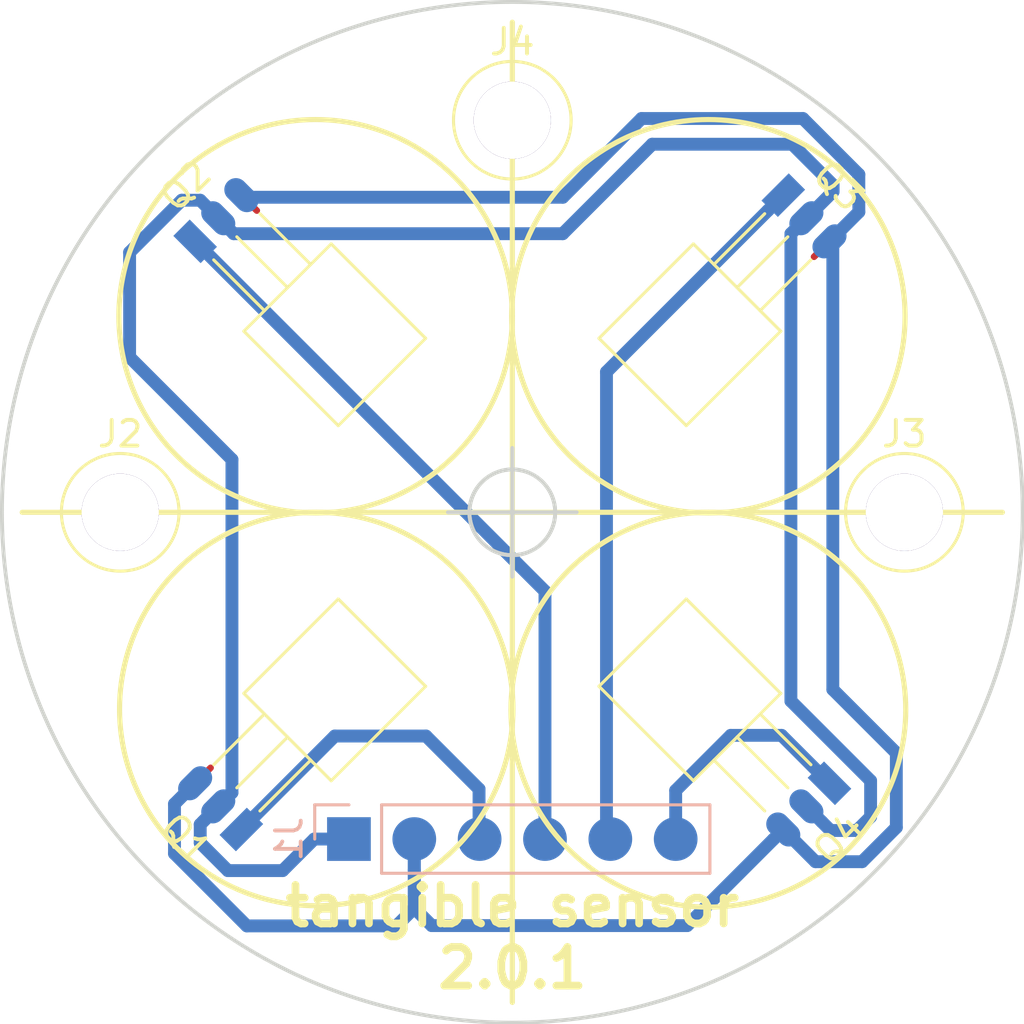
<source format=kicad_pcb>
(kicad_pcb (version 4) (host pcbnew 4.0.7-e2-6376~58~ubuntu14.04.1)

  (general
    (links 12)
    (no_connects 0)
    (area 57.182381 72.796965 97.75762 112.623035)
    (thickness 1.6)
    (drawings 11)
    (tracks 74)
    (zones 0)
    (modules 8)
    (nets 7)
  )

  (page A3)
  (layers
    (0 F.Cu signal)
    (31 B.Cu signal)
    (32 B.Adhes user)
    (33 F.Adhes user)
    (34 B.Paste user)
    (35 F.Paste user)
    (36 B.SilkS user)
    (37 F.SilkS user)
    (38 B.Mask user)
    (39 F.Mask user)
    (40 Dwgs.User user)
    (41 Cmts.User user)
    (42 Eco1.User user)
    (43 Eco2.User user)
    (44 Edge.Cuts user)
  )

  (setup
    (last_trace_width 0.5)
    (trace_clearance 0.5)
    (zone_clearance 0.508)
    (zone_45_only no)
    (trace_min 0.254)
    (segment_width 0.2)
    (edge_width 0.15)
    (via_size 0.889)
    (via_drill 0.635)
    (via_min_size 0.889)
    (via_min_drill 0.508)
    (uvia_size 0.508)
    (uvia_drill 0.127)
    (uvias_allowed no)
    (uvia_min_size 0.508)
    (uvia_min_drill 0.127)
    (pcb_text_width 0.3)
    (pcb_text_size 1.5 1.5)
    (mod_edge_width 0.15)
    (mod_text_size 1.5 1.5)
    (mod_text_width 0.15)
    (pad_size 3 3)
    (pad_drill 3)
    (pad_to_mask_clearance 0.2)
    (aux_axis_origin 77.47 92.71)
    (grid_origin 77.47 92.71)
    (visible_elements FFFFEFBF)
    (pcbplotparams
      (layerselection 0x01000_80000000)
      (usegerberextensions true)
      (excludeedgelayer true)
      (linewidth 0.100000)
      (plotframeref false)
      (viasonmask false)
      (mode 1)
      (useauxorigin false)
      (hpglpennumber 1)
      (hpglpenspeed 20)
      (hpglpendiameter 15)
      (hpglpenoverlay 2)
      (psnegative false)
      (psa4output false)
      (plotreference true)
      (plotvalue true)
      (plotinvisibletext false)
      (padsonsilk false)
      (subtractmaskfromsilk false)
      (outputformat 1)
      (mirror false)
      (drillshape 0)
      (scaleselection 1)
      (outputdirectory gerber/))
  )

  (net 0 "")
  (net 1 "Net-(J1-Pad3)")
  (net 2 "Net-(J1-Pad4)")
  (net 3 "Net-(J1-Pad5)")
  (net 4 "Net-(J1-Pad6)")
  (net 5 "Net-(J1-Pad1)")
  (net 6 "Net-(J1-Pad2)")

  (net_class Default "This is the default net class."
    (clearance 0.5)
    (trace_width 0.5)
    (via_dia 0.889)
    (via_drill 0.635)
    (uvia_dia 0.508)
    (uvia_drill 0.127)
    (add_net "Net-(J1-Pad1)")
    (add_net "Net-(J1-Pad2)")
    (add_net "Net-(J1-Pad3)")
    (add_net "Net-(J1-Pad4)")
    (add_net "Net-(J1-Pad5)")
    (add_net "Net-(J1-Pad6)")
  )

  (module TO_SOT_Packages_THT:TO-92_Horizontal1_Inline_Narrow_Oval (layer F.Cu) (tedit 5B9CE0EC) (tstamp 592B2233)
    (at 66.938026 105.038026 135)
    (descr "TO-92 horizontal, leads in-line, narrow, oval pads, drill 0.6mm (see NXP sot054_po.pdf)")
    (tags "to-92 sc-43 sc-43a sot54 PA33 transistor")
    (path /5922F002)
    (fp_text reference Q1 (at 1.27 -1.78 315) (layer F.SilkS)
      (effects (font (size 1 1) (thickness 0.15)))
    )
    (fp_text value SS411P (at 1.27 10.03 315) (layer F.Fab)
      (effects (font (size 1 1) (thickness 0.15)))
    )
    (fp_text user %R (at 1.27 -1.78 315) (layer F.Fab)
      (effects (font (size 1 1) (thickness 0.15)))
    )
    (fp_line (start 2.54 3.94) (end 2.54 1.02) (layer F.Fab) (width 0.1))
    (fp_line (start 1.27 3.94) (end 1.27 1.02) (layer F.Fab) (width 0.1))
    (fp_line (start 0 3.94) (end 0 1.02) (layer F.Fab) (width 0.1))
    (fp_line (start -1.02 8.89) (end -1.02 3.94) (layer F.Fab) (width 0.1))
    (fp_line (start -1.02 3.94) (end 3.56 3.94) (layer F.Fab) (width 0.1))
    (fp_line (start 3.56 3.94) (end 3.56 8.89) (layer F.Fab) (width 0.1))
    (fp_line (start 3.56 8.89) (end -1.02 8.89) (layer F.Fab) (width 0.1))
    (fp_line (start 0 1.02) (end 0 3.81) (layer F.SilkS) (width 0.12))
    (fp_line (start 1.27 1.02) (end 1.27 3.81) (layer F.SilkS) (width 0.12))
    (fp_line (start 2.54 1.02) (end 2.54 3.81) (layer F.SilkS) (width 0.12))
    (fp_line (start -1.13 3.81) (end 3.67 3.81) (layer F.SilkS) (width 0.12))
    (fp_line (start 3.67 3.81) (end 3.67 9) (layer F.SilkS) (width 0.12))
    (fp_line (start 3.67 9) (end -1.13 9) (layer F.SilkS) (width 0.12))
    (fp_line (start -1.13 9) (end -1.13 3.81) (layer F.SilkS) (width 0.12))
    (fp_line (start -1.27 -1) (end 3.81 -1) (layer F.CrtYd) (width 0.05))
    (fp_line (start -1.27 -1) (end -1.27 9.14) (layer F.CrtYd) (width 0.05))
    (fp_line (start 3.81 9.14) (end 3.81 -1) (layer F.CrtYd) (width 0.05))
    (fp_line (start 3.81 9.14) (end -1.27 9.14) (layer F.CrtYd) (width 0.05))
    (pad 2 smd oval (at 1.270001 0 315) (size 0.9 1.5) (layers B.Cu F.Paste F.Mask)
      (net 5 "Net-(J1-Pad1)"))
    (pad 3 smd oval (at 2.54 0 315) (size 0.9 1.5) (layers B.Cu F.Paste F.Mask)
      (net 6 "Net-(J1-Pad2)"))
    (pad 1 smd rect (at 0 0 315) (size 0.9 1.5) (layers B.Cu F.Paste F.Mask)
      (net 1 "Net-(J1-Pad3)"))
    (model ${KISYS3DMOD}/TO_SOT_Packages_THT.3dshapes/TO-92_Horizontal1_Inline_Narrow_Oval.wrl
      (at (xyz 0.05 0 0))
      (scale (xyz 1 1 1))
      (rotate (xyz 0 0 -90))
    )
  )

  (module TO_SOT_Packages_THT:TO-92_Horizontal1_Inline_Narrow_Oval (layer F.Cu) (tedit 5B9CDF76) (tstamp 592B2239)
    (at 65.141974 82.178026 45)
    (descr "TO-92 horizontal, leads in-line, narrow, oval pads, drill 0.6mm (see NXP sot054_po.pdf)")
    (tags "to-92 sc-43 sc-43a sot54 PA33 transistor")
    (path /5922F011)
    (fp_text reference Q2 (at 1.27 -1.78 225) (layer F.SilkS)
      (effects (font (size 1 1) (thickness 0.15)))
    )
    (fp_text value SS411P (at 1.27 10.03 225) (layer F.Fab)
      (effects (font (size 1 1) (thickness 0.15)))
    )
    (fp_text user %R (at 1.27 -1.78 225) (layer F.Fab)
      (effects (font (size 1 1) (thickness 0.15)))
    )
    (fp_line (start 2.54 3.94) (end 2.54 1.02) (layer F.Fab) (width 0.1))
    (fp_line (start 1.27 3.94) (end 1.27 1.02) (layer F.Fab) (width 0.1))
    (fp_line (start 0 3.94) (end 0 1.02) (layer F.Fab) (width 0.1))
    (fp_line (start -1.02 8.89) (end -1.02 3.94) (layer F.Fab) (width 0.1))
    (fp_line (start -1.02 3.94) (end 3.56 3.94) (layer F.Fab) (width 0.1))
    (fp_line (start 3.56 3.94) (end 3.56 8.89) (layer F.Fab) (width 0.1))
    (fp_line (start 3.56 8.89) (end -1.02 8.89) (layer F.Fab) (width 0.1))
    (fp_line (start 0 1.02) (end 0 3.81) (layer F.SilkS) (width 0.12))
    (fp_line (start 1.27 1.02) (end 1.27 3.81) (layer F.SilkS) (width 0.12))
    (fp_line (start 2.54 1.02) (end 2.54 3.81) (layer F.SilkS) (width 0.12))
    (fp_line (start -1.13 3.81) (end 3.67 3.81) (layer F.SilkS) (width 0.12))
    (fp_line (start 3.67 3.81) (end 3.67 9) (layer F.SilkS) (width 0.12))
    (fp_line (start 3.67 9) (end -1.13 9) (layer F.SilkS) (width 0.12))
    (fp_line (start -1.13 9) (end -1.13 3.81) (layer F.SilkS) (width 0.12))
    (fp_line (start -1.27 -1) (end 3.81 -1) (layer F.CrtYd) (width 0.05))
    (fp_line (start -1.27 -1) (end -1.27 9.14) (layer F.CrtYd) (width 0.05))
    (fp_line (start 3.81 9.14) (end 3.81 -1) (layer F.CrtYd) (width 0.05))
    (fp_line (start 3.81 9.14) (end -1.27 9.14) (layer F.CrtYd) (width 0.05))
    (pad 2 smd oval (at 1.270001 0 225) (size 0.9 1.5) (layers B.Cu F.Paste F.Mask)
      (net 5 "Net-(J1-Pad1)"))
    (pad 3 smd oval (at 2.54 0 225) (size 0.9 1.5) (layers B.Cu F.Paste F.Mask)
      (net 6 "Net-(J1-Pad2)"))
    (pad 1 smd rect (at 0 0 225) (size 0.9 1.5) (layers B.Cu F.Paste F.Mask)
      (net 2 "Net-(J1-Pad4)"))
    (model ${KISYS3DMOD}/TO_SOT_Packages_THT.3dshapes/TO-92_Horizontal1_Inline_Narrow_Oval.wrl
      (at (xyz 0.05 0 0))
      (scale (xyz 1 1 1))
      (rotate (xyz 0 0 -90))
    )
  )

  (module TO_SOT_Packages_THT:TO-92_Horizontal1_Inline_Narrow_Oval (layer F.Cu) (tedit 5B9CE106) (tstamp 592B2245)
    (at 89.798026 103.241974 225)
    (descr "TO-92 horizontal, leads in-line, narrow, oval pads, drill 0.6mm (see NXP sot054_po.pdf)")
    (tags "to-92 sc-43 sc-43a sot54 PA33 transistor")
    (path /5922F020)
    (fp_text reference Q4 (at 1.27 -1.78 405) (layer F.SilkS)
      (effects (font (size 1 1) (thickness 0.15)))
    )
    (fp_text value SS411P (at 1.27 10.03 405) (layer F.Fab)
      (effects (font (size 1 1) (thickness 0.15)))
    )
    (fp_text user %R (at 1.27 -1.78 405) (layer F.Fab)
      (effects (font (size 1 1) (thickness 0.15)))
    )
    (fp_line (start 2.54 3.94) (end 2.54 1.02) (layer F.Fab) (width 0.1))
    (fp_line (start 1.27 3.94) (end 1.27 1.02) (layer F.Fab) (width 0.1))
    (fp_line (start 0 3.94) (end 0 1.02) (layer F.Fab) (width 0.1))
    (fp_line (start -1.02 8.89) (end -1.02 3.94) (layer F.Fab) (width 0.1))
    (fp_line (start -1.02 3.94) (end 3.56 3.94) (layer F.Fab) (width 0.1))
    (fp_line (start 3.56 3.94) (end 3.56 8.89) (layer F.Fab) (width 0.1))
    (fp_line (start 3.56 8.89) (end -1.02 8.89) (layer F.Fab) (width 0.1))
    (fp_line (start 0 1.02) (end 0 3.81) (layer F.SilkS) (width 0.12))
    (fp_line (start 1.27 1.02) (end 1.27 3.81) (layer F.SilkS) (width 0.12))
    (fp_line (start 2.54 1.02) (end 2.54 3.81) (layer F.SilkS) (width 0.12))
    (fp_line (start -1.13 3.81) (end 3.67 3.81) (layer F.SilkS) (width 0.12))
    (fp_line (start 3.67 3.81) (end 3.67 9) (layer F.SilkS) (width 0.12))
    (fp_line (start 3.67 9) (end -1.13 9) (layer F.SilkS) (width 0.12))
    (fp_line (start -1.13 9) (end -1.13 3.81) (layer F.SilkS) (width 0.12))
    (fp_line (start -1.27 -1) (end 3.81 -1) (layer F.CrtYd) (width 0.05))
    (fp_line (start -1.27 -1) (end -1.27 9.14) (layer F.CrtYd) (width 0.05))
    (fp_line (start 3.81 9.14) (end 3.81 -1) (layer F.CrtYd) (width 0.05))
    (fp_line (start 3.81 9.14) (end -1.27 9.14) (layer F.CrtYd) (width 0.05))
    (pad 2 smd oval (at 1.270001 0 45) (size 0.9 1.5) (layers B.Cu F.Paste F.Mask)
      (net 5 "Net-(J1-Pad1)"))
    (pad 3 smd oval (at 2.54 0 45) (size 0.9 1.5) (layers B.Cu F.Paste F.Mask)
      (net 6 "Net-(J1-Pad2)"))
    (pad 1 smd rect (at 0 0 45) (size 0.9 1.5) (layers B.Cu F.Paste F.Mask)
      (net 4 "Net-(J1-Pad6)"))
    (model ${KISYS3DMOD}/TO_SOT_Packages_THT.3dshapes/TO-92_Horizontal1_Inline_Narrow_Oval.wrl
      (at (xyz 0.05 0 0))
      (scale (xyz 1 1 1))
      (rotate (xyz 0 0 -90))
    )
  )

  (module TO_SOT_Packages_THT:TO-92_Horizontal1_Inline_Narrow_Oval (layer F.Cu) (tedit 5B9CE01E) (tstamp 592B223F)
    (at 88.001974 80.381974 315)
    (descr "TO-92 horizontal, leads in-line, narrow, oval pads, drill 0.6mm (see NXP sot054_po.pdf)")
    (tags "to-92 sc-43 sc-43a sot54 PA33 transistor")
    (path /5922F02F)
    (fp_text reference Q3 (at 1.27 -1.78 495) (layer F.SilkS)
      (effects (font (size 1 1) (thickness 0.15)))
    )
    (fp_text value SS411P (at 1.27 10.03 495) (layer F.Fab)
      (effects (font (size 1 1) (thickness 0.15)))
    )
    (fp_text user %R (at 1.27 -1.78 495) (layer F.Fab)
      (effects (font (size 1 1) (thickness 0.15)))
    )
    (fp_line (start 2.54 3.94) (end 2.54 1.02) (layer F.Fab) (width 0.1))
    (fp_line (start 1.27 3.94) (end 1.27 1.02) (layer F.Fab) (width 0.1))
    (fp_line (start 0 3.94) (end 0 1.02) (layer F.Fab) (width 0.1))
    (fp_line (start -1.02 8.89) (end -1.02 3.94) (layer F.Fab) (width 0.1))
    (fp_line (start -1.02 3.94) (end 3.56 3.94) (layer F.Fab) (width 0.1))
    (fp_line (start 3.56 3.94) (end 3.56 8.89) (layer F.Fab) (width 0.1))
    (fp_line (start 3.56 8.89) (end -1.02 8.89) (layer F.Fab) (width 0.1))
    (fp_line (start 0 1.02) (end 0 3.81) (layer F.SilkS) (width 0.12))
    (fp_line (start 1.27 1.02) (end 1.27 3.81) (layer F.SilkS) (width 0.12))
    (fp_line (start 2.54 1.02) (end 2.54 3.81) (layer F.SilkS) (width 0.12))
    (fp_line (start -1.13 3.81) (end 3.67 3.81) (layer F.SilkS) (width 0.12))
    (fp_line (start 3.67 3.81) (end 3.67 9) (layer F.SilkS) (width 0.12))
    (fp_line (start 3.67 9) (end -1.13 9) (layer F.SilkS) (width 0.12))
    (fp_line (start -1.13 9) (end -1.13 3.81) (layer F.SilkS) (width 0.12))
    (fp_line (start -1.27 -1) (end 3.81 -1) (layer F.CrtYd) (width 0.05))
    (fp_line (start -1.27 -1) (end -1.27 9.14) (layer F.CrtYd) (width 0.05))
    (fp_line (start 3.81 9.14) (end 3.81 -1) (layer F.CrtYd) (width 0.05))
    (fp_line (start 3.81 9.14) (end -1.27 9.14) (layer F.CrtYd) (width 0.05))
    (pad 2 smd oval (at 1.270001 0 135) (size 0.9 1.5) (layers B.Cu F.Paste F.Mask)
      (net 5 "Net-(J1-Pad1)"))
    (pad 3 smd oval (at 2.54 0 135) (size 0.9 1.5) (layers B.Cu F.Paste F.Mask)
      (net 6 "Net-(J1-Pad2)"))
    (pad 1 smd rect (at 0 0 135) (size 0.9 1.5) (layers B.Cu F.Paste F.Mask)
      (net 3 "Net-(J1-Pad5)"))
    (model ${KISYS3DMOD}/TO_SOT_Packages_THT.3dshapes/TO-92_Horizontal1_Inline_Narrow_Oval.wrl
      (at (xyz 0.05 0 0))
      (scale (xyz 1 1 1))
      (rotate (xyz 0 0 -90))
    )
  )

  (module Pin_Headers:Pin_Header_Straight_1x06_Pitch2.54mm (layer B.Cu) (tedit 5B9CE0C5) (tstamp 592E861E)
    (at 71.12 105.41 270)
    (descr "Through hole straight pin header, 1x06, 2.54mm pitch, single row")
    (tags "Through hole pin header THT 1x06 2.54mm single row")
    (path /592E8085)
    (fp_text reference J1 (at 0 2.33 270) (layer B.SilkS)
      (effects (font (size 1 1) (thickness 0.15)) (justify mirror))
    )
    (fp_text value CONN_01X06 (at 0 -15.03 270) (layer B.Fab)
      (effects (font (size 1 1) (thickness 0.15)) (justify mirror))
    )
    (fp_line (start -1.27 1.27) (end -1.27 -13.97) (layer B.Fab) (width 0.1))
    (fp_line (start -1.27 -13.97) (end 1.27 -13.97) (layer B.Fab) (width 0.1))
    (fp_line (start 1.27 -13.97) (end 1.27 1.27) (layer B.Fab) (width 0.1))
    (fp_line (start 1.27 1.27) (end -1.27 1.27) (layer B.Fab) (width 0.1))
    (fp_line (start -1.33 -1.27) (end -1.33 -14.03) (layer B.SilkS) (width 0.12))
    (fp_line (start -1.33 -14.03) (end 1.33 -14.03) (layer B.SilkS) (width 0.12))
    (fp_line (start 1.33 -14.03) (end 1.33 -1.27) (layer B.SilkS) (width 0.12))
    (fp_line (start 1.33 -1.27) (end -1.33 -1.27) (layer B.SilkS) (width 0.12))
    (fp_line (start -1.33 0) (end -1.33 1.33) (layer B.SilkS) (width 0.12))
    (fp_line (start -1.33 1.33) (end 0 1.33) (layer B.SilkS) (width 0.12))
    (fp_line (start -1.8 1.8) (end -1.8 -14.5) (layer B.CrtYd) (width 0.05))
    (fp_line (start -1.8 -14.5) (end 1.8 -14.5) (layer B.CrtYd) (width 0.05))
    (fp_line (start 1.8 -14.5) (end 1.8 1.8) (layer B.CrtYd) (width 0.05))
    (fp_line (start 1.8 1.8) (end -1.8 1.8) (layer B.CrtYd) (width 0.05))
    (fp_text user %R (at 0 2.33 270) (layer B.Fab)
      (effects (font (size 1 1) (thickness 0.15)) (justify mirror))
    )
    (pad 1 smd rect (at 0 0 270) (size 1.7 1.7) (layers B.Cu B.Paste B.Mask)
      (net 5 "Net-(J1-Pad1)"))
    (pad 2 smd oval (at 0 -2.54 270) (size 1.7 1.7) (layers B.Cu B.Paste B.Mask)
      (net 6 "Net-(J1-Pad2)"))
    (pad 3 smd oval (at 0 -5.08 270) (size 1.7 1.7) (layers B.Cu B.Paste B.Mask)
      (net 1 "Net-(J1-Pad3)"))
    (pad 4 smd oval (at 0 -7.62 270) (size 1.7 1.7) (layers B.Cu B.Paste B.Mask)
      (net 2 "Net-(J1-Pad4)"))
    (pad 5 smd oval (at 0 -10.16 270) (size 1.7 1.7) (layers B.Cu B.Paste B.Mask)
      (net 3 "Net-(J1-Pad5)"))
    (pad 6 smd oval (at 0 -12.7 270) (size 1.7 1.7) (layers B.Cu B.Paste B.Mask)
      (net 4 "Net-(J1-Pad6)"))
    (model ${KISYS3DMOD}/Pin_Headers.3dshapes/Pin_Header_Straight_1x06_Pitch2.54mm.wrl
      (at (xyz 0 -0.25 0))
      (scale (xyz 1 1 1))
      (rotate (xyz 0 0 90))
    )
  )

  (module Connectors:1pin (layer F.Cu) (tedit 5B9CE253) (tstamp 5B9CE268)
    (at 62.23 92.71)
    (descr "module 1 pin (ou trou mecanique de percage)")
    (tags DEV)
    (path /5B9CE186)
    (fp_text reference J2 (at 0 -3.048) (layer F.SilkS)
      (effects (font (size 1 1) (thickness 0.15)))
    )
    (fp_text value Conn_01x01 (at 0 3) (layer F.Fab)
      (effects (font (size 1 1) (thickness 0.15)))
    )
    (fp_circle (center 0 0) (end 2 0.8) (layer F.Fab) (width 0.1))
    (fp_circle (center 0 0) (end 2.6 0) (layer F.CrtYd) (width 0.05))
    (fp_circle (center 0 0) (end 0 -2.286) (layer F.SilkS) (width 0.12))
    (pad 1 thru_hole circle (at 0 0) (size 3 3) (drill 3) (layers *.Cu *.Mask))
  )

  (module Connectors:1pin (layer F.Cu) (tedit 5B9CE260) (tstamp 5B9CE26D)
    (at 92.71 92.71)
    (descr "module 1 pin (ou trou mecanique de percage)")
    (tags DEV)
    (path /5B9CE219)
    (fp_text reference J3 (at 0 -3.048) (layer F.SilkS)
      (effects (font (size 1 1) (thickness 0.15)))
    )
    (fp_text value Conn_01x01 (at 0 3) (layer F.Fab)
      (effects (font (size 1 1) (thickness 0.15)))
    )
    (fp_circle (center 0 0) (end 2 0.8) (layer F.Fab) (width 0.1))
    (fp_circle (center 0 0) (end 2.6 0) (layer F.CrtYd) (width 0.05))
    (fp_circle (center 0 0) (end 0 -2.286) (layer F.SilkS) (width 0.12))
    (pad 1 thru_hole circle (at 0 0) (size 3 3) (drill 3) (layers *.Cu *.Mask))
  )

  (module Connectors:1pin (layer F.Cu) (tedit 5B9CE245) (tstamp 5B9CE272)
    (at 77.47 77.47)
    (descr "module 1 pin (ou trou mecanique de percage)")
    (tags DEV)
    (path /5B9CE25E)
    (fp_text reference J4 (at 0 -3.048) (layer F.SilkS)
      (effects (font (size 1 1) (thickness 0.15)))
    )
    (fp_text value Conn_01x01 (at 0 3) (layer F.Fab)
      (effects (font (size 1 1) (thickness 0.15)))
    )
    (fp_circle (center 0 0) (end 2 0.8) (layer F.Fab) (width 0.1))
    (fp_circle (center 0 0) (end 2.6 0) (layer F.CrtYd) (width 0.05))
    (fp_circle (center 0 0) (end 0 -2.286) (layer F.SilkS) (width 0.12))
    (pad 1 thru_hole circle (at 0 0) (size 3 3) (drill 3) (layers *.Cu *.Mask))
  )

  (gr_text "tangible sensor\n2.0.1" (at 77.47 109.22) (layer F.SilkS)
    (effects (font (size 1.5 1.5) (thickness 0.3)))
  )
  (gr_text "Penelope\nFoAM Kernow \nOSH" (at 91.44 97.79) (layer B.Paste)
    (effects (font (size 1.5 1.5) (thickness 0.3)) (justify left mirror))
  )
  (target plus (at 77.47 92.71) (size 5) (width 0.15) (layer Edge.Cuts) (tstamp 592B2650))
  (target plus (at 77.47 92.71) (size 5) (width 0.15) (layer Edge.Cuts))
  (gr_line (start 58.42 92.71) (end 96.52 92.71) (layer F.SilkS) (width 0.2))
  (gr_line (start 77.47 111.76) (end 77.47 73.66) (layer F.SilkS) (width 0.2))
  (gr_circle (center 77.47 92.71) (end 92.71 105.41) (layer Edge.Cuts) (width 0.15))
  (gr_circle (center 69.823588 85.09) (end 74.903588 90.805) (layer F.SilkS) (width 0.2))
  (gr_circle (center 85.09 100.382734) (end 78.105 97.207734) (layer F.SilkS) (width 0.2))
  (gr_circle (center 69.85 100.356412) (end 64.135 95.276412) (layer F.SilkS) (width 0.2))
  (gr_circle (center 85.09 85.09) (end 92.71 85.725) (layer F.SilkS) (width 0.2))

  (segment (start 65.743015 102.640935) (end 65.141975 103.241975) (width 0.254) (layer F.Cu) (net 0))
  (segment (start 89.798025 82.178025) (end 89.196985 82.779065) (width 0.254) (layer F.Cu) (net 0))
  (segment (start 67.539065 80.983015) (end 66.938025 80.381975) (width 0.254) (layer F.Cu) (net 0))
  (segment (start 66.938026 105.038026) (end 70.570324 101.405728) (width 0.5) (layer B.Cu) (net 1))
  (segment (start 70.570324 101.405728) (end 74.115121 101.405728) (width 0.5) (layer B.Cu) (net 1))
  (segment (start 74.115121 101.405728) (end 76.176917 103.467524) (width 0.5) (layer B.Cu) (net 1))
  (segment (start 76.176917 103.467524) (end 76.176917 105.386917) (width 0.5) (layer B.Cu) (net 1))
  (segment (start 76.176917 105.386917) (end 76.2 105.41) (width 0.5) (layer B.Cu) (net 1))
  (segment (start 65.141974 82.178026) (end 78.74 95.776052) (width 0.5) (layer B.Cu) (net 2))
  (segment (start 78.74 95.776052) (end 78.74 105.41) (width 0.5) (layer B.Cu) (net 2))
  (segment (start 81.28 105.41) (end 81.130698 105.260698) (width 0.5) (layer B.Cu) (net 3))
  (segment (start 81.130698 105.260698) (end 81.130698 87.25325) (width 0.5) (layer B.Cu) (net 3))
  (segment (start 81.130698 87.25325) (end 87.400934 80.983014) (width 0.5) (layer B.Cu) (net 3))
  (segment (start 87.400934 80.983014) (end 88.001974 80.381974) (width 0.5) (layer B.Cu) (net 3))
  (segment (start 88.001974 80.381974) (end 88.145378 80.23857) (width 0.254) (layer B.Cu) (net 3))
  (segment (start 83.82 105.41) (end 83.82 103.521526) (width 0.5) (layer B.Cu) (net 4))
  (segment (start 83.82 103.521526) (end 85.962296 101.37923) (width 0.5) (layer B.Cu) (net 4))
  (segment (start 85.962296 101.37923) (end 87.935282 101.37923) (width 0.5) (layer B.Cu) (net 4))
  (segment (start 87.935282 101.37923) (end 89.798026 103.241974) (width 0.5) (layer B.Cu) (net 4))
  (segment (start 66.04 81.28) (end 65.339488 80.579488) (width 0.5) (layer B.Cu) (net 5))
  (segment (start 66.57256 103.60744) (end 66.04 104.14) (width 0.5) (layer B.Cu) (net 5))
  (segment (start 65.339488 80.579488) (end 64.619176 80.579488) (width 0.5) (layer B.Cu) (net 5))
  (segment (start 64.619176 80.579488) (end 62.594826 82.603838) (width 0.5) (layer B.Cu) (net 5))
  (segment (start 62.594826 82.603838) (end 62.594826 86.680178) (width 0.5) (layer B.Cu) (net 5))
  (segment (start 62.594826 86.680178) (end 66.57256 90.657912) (width 0.5) (layer B.Cu) (net 5))
  (segment (start 66.57256 90.657912) (end 66.57256 103.60744) (width 0.5) (layer B.Cu) (net 5))
  (segment (start 66.64104 81.88104) (end 66.04 81.28) (width 0.5) (layer B.Cu) (net 5))
  (segment (start 79.429588 81.88104) (end 66.64104 81.88104) (width 0.5) (layer B.Cu) (net 5))
  (segment (start 82.90722 78.403408) (end 79.429588 81.88104) (width 0.5) (layer B.Cu) (net 5))
  (segment (start 88.351457 78.403408) (end 82.90722 78.403408) (width 0.5) (layer B.Cu) (net 5))
  (segment (start 89.939143 79.991094) (end 88.351457 78.403408) (width 0.5) (layer B.Cu) (net 5))
  (segment (start 89.939143 80.240857) (end 89.939143 79.991094) (width 0.5) (layer B.Cu) (net 5))
  (segment (start 88.9 81.28) (end 89.939143 80.240857) (width 0.5) (layer B.Cu) (net 5))
  (segment (start 88.9 81.28) (end 88.29896 81.88104) (width 0.5) (layer B.Cu) (net 5))
  (segment (start 88.29896 81.88104) (end 88.29896 100.045836) (width 0.5) (layer B.Cu) (net 5))
  (segment (start 88.29896 100.045836) (end 91.396564 103.14344) (width 0.5) (layer B.Cu) (net 5))
  (segment (start 91.396564 103.14344) (end 91.396564 104.545052) (width 0.5) (layer B.Cu) (net 5))
  (segment (start 89.50104 104.74104) (end 88.9 104.14) (width 0.5) (layer B.Cu) (net 5))
  (segment (start 91.396564 104.545052) (end 90.86344 105.078176) (width 0.5) (layer B.Cu) (net 5))
  (segment (start 90.86344 105.078176) (end 89.838176 105.078176) (width 0.5) (layer B.Cu) (net 5))
  (segment (start 89.838176 105.078176) (end 89.50104 104.74104) (width 0.5) (layer B.Cu) (net 5))
  (segment (start 65.43896 104.74104) (end 66.04 104.14) (width 0.5) (layer B.Cu) (net 5))
  (segment (start 66.04 104.14) (end 65.339488 104.840512) (width 0.5) (layer B.Cu) (net 5))
  (segment (start 69.77 105.41) (end 71.12 105.41) (width 0.5) (layer B.Cu) (net 5))
  (segment (start 65.339488 104.840512) (end 65.339488 105.560824) (width 0.5) (layer B.Cu) (net 5))
  (segment (start 65.339488 105.560824) (end 66.415228 106.636564) (width 0.5) (layer B.Cu) (net 5))
  (segment (start 66.415228 106.636564) (end 68.543436 106.636564) (width 0.5) (layer B.Cu) (net 5))
  (segment (start 68.543436 106.636564) (end 69.77 105.41) (width 0.5) (layer B.Cu) (net 5))
  (segment (start 88.001975 105.038025) (end 89.254007 106.290057) (width 0.5) (layer B.Cu) (net 6))
  (segment (start 89.254007 106.290057) (end 91.065788 106.290057) (width 0.5) (layer B.Cu) (net 6))
  (segment (start 89.927999 99.596497) (end 89.927999 82.307999) (width 0.5) (layer B.Cu) (net 6))
  (segment (start 91.065788 106.290057) (end 92.396575 104.95927) (width 0.5) (layer B.Cu) (net 6))
  (segment (start 92.396575 104.95927) (end 92.396575 102.065073) (width 0.5) (layer B.Cu) (net 6))
  (segment (start 92.396575 102.065073) (end 89.927999 99.596497) (width 0.5) (layer B.Cu) (net 6))
  (segment (start 89.927999 82.307999) (end 89.798025 82.178025) (width 0.5) (layer B.Cu) (net 6))
  (segment (start 65.141975 103.241975) (end 64.339478 104.044472) (width 0.5) (layer B.Cu) (net 6))
  (segment (start 72.967679 108.785526) (end 73.66 108.093205) (width 0.5) (layer B.Cu) (net 6))
  (segment (start 64.339478 104.044472) (end 64.339478 105.975041) (width 0.5) (layer B.Cu) (net 6))
  (segment (start 73.66 106.612081) (end 73.66 105.41) (width 0.5) (layer B.Cu) (net 6))
  (segment (start 64.339478 105.975041) (end 67.149963 108.785526) (width 0.5) (layer B.Cu) (net 6))
  (segment (start 67.149963 108.785526) (end 72.967679 108.785526) (width 0.5) (layer B.Cu) (net 6))
  (segment (start 73.66 108.093205) (end 73.66 106.612081) (width 0.5) (layer B.Cu) (net 6))
  (segment (start 67.020889 80.464839) (end 79.431561 80.464839) (width 0.5) (layer B.Cu) (net 6))
  (segment (start 88.765674 77.403397) (end 90.939154 79.576877) (width 0.5) (layer B.Cu) (net 6))
  (segment (start 66.938025 80.381975) (end 67.020889 80.464839) (width 0.5) (layer B.Cu) (net 6))
  (segment (start 79.431561 80.464839) (end 82.493003 77.403397) (width 0.5) (layer B.Cu) (net 6))
  (segment (start 82.493003 77.403397) (end 88.765674 77.403397) (width 0.5) (layer B.Cu) (net 6))
  (segment (start 90.939154 79.576877) (end 90.939154 81.036896) (width 0.5) (layer B.Cu) (net 6))
  (segment (start 90.939154 81.036896) (end 89.798025 82.178025) (width 0.5) (layer B.Cu) (net 6))
  (segment (start 73.66 105.41) (end 73.66 108.09584) (width 0.5) (layer B.Cu) (net 6))
  (segment (start 74.338206 108.774046) (end 84.265954 108.774046) (width 0.5) (layer B.Cu) (net 6))
  (segment (start 87.613067 105.426933) (end 88.001975 105.038025) (width 0.5) (layer B.Cu) (net 6))
  (segment (start 73.66 108.09584) (end 74.338206 108.774046) (width 0.5) (layer B.Cu) (net 6))
  (segment (start 84.265954 108.774046) (end 87.613067 105.426933) (width 0.5) (layer B.Cu) (net 6))

)

</source>
